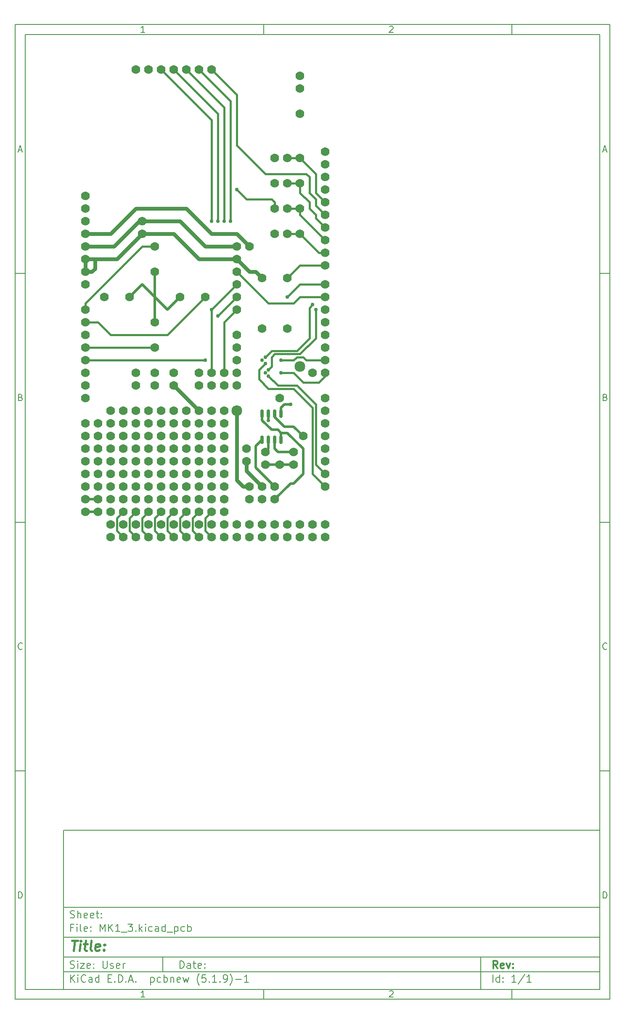
<source format=gbr>
%TF.GenerationSoftware,KiCad,Pcbnew,(5.1.9)-1*%
%TF.CreationDate,2021-07-03T12:47:21-04:00*%
%TF.ProjectId,MK1_3,4d4b315f-332e-46b6-9963-61645f706362,rev?*%
%TF.SameCoordinates,Original*%
%TF.FileFunction,Copper,L1,Top*%
%TF.FilePolarity,Positive*%
%FSLAX45Y45*%
G04 Gerber Fmt 4.5, Leading zero omitted, Abs format (unit mm)*
G04 Created by KiCad (PCBNEW (5.1.9)-1) date 2021-07-03 12:47:21*
%MOMM*%
%LPD*%
G01*
G04 APERTURE LIST*
%ADD10C,0.127000*%
%ADD11C,0.150000*%
%ADD12C,0.300000*%
%ADD13C,0.400000*%
%TA.AperFunction,ViaPad*%
%ADD14C,0.762000*%
%TD*%
%TA.AperFunction,ViaPad*%
%ADD15C,1.778000*%
%TD*%
%TA.AperFunction,ViaPad*%
%ADD16C,2.159000*%
%TD*%
%TA.AperFunction,Conductor*%
%ADD17C,0.381000*%
%TD*%
%TA.AperFunction,Conductor*%
%ADD18C,0.762000*%
%TD*%
%TA.AperFunction,Conductor*%
%ADD19C,0.508000*%
%TD*%
G04 APERTURE END LIST*
D10*
D11*
X1970000Y-17190000D02*
X1970000Y-20390000D01*
X12770000Y-20390000D01*
X12770000Y-17190000D01*
X1970000Y-17190000D01*
D10*
D11*
X1000000Y-1000000D02*
X1000000Y-20590000D01*
X12970000Y-20590000D01*
X12970000Y-1000000D01*
X1000000Y-1000000D01*
D10*
D11*
X1200000Y-1200000D02*
X1200000Y-20390000D01*
X12770000Y-20390000D01*
X12770000Y-1200000D01*
X1200000Y-1200000D01*
D10*
D11*
X6000000Y-1200000D02*
X6000000Y-1000000D01*
D10*
D11*
X11000000Y-1200000D02*
X11000000Y-1000000D01*
D10*
D11*
X3606548Y-1158810D02*
X3532262Y-1158810D01*
X3569405Y-1158810D02*
X3569405Y-1028809D01*
X3557024Y-1047381D01*
X3544643Y-1059762D01*
X3532262Y-1065952D01*
D10*
D11*
X8532262Y-1041190D02*
X8538452Y-1035000D01*
X8550833Y-1028809D01*
X8581786Y-1028809D01*
X8594167Y-1035000D01*
X8600357Y-1041190D01*
X8606548Y-1053571D01*
X8606548Y-1065952D01*
X8600357Y-1084524D01*
X8526071Y-1158810D01*
X8606548Y-1158810D01*
D10*
D11*
X6000000Y-20390000D02*
X6000000Y-20590000D01*
D10*
D11*
X11000000Y-20390000D02*
X11000000Y-20590000D01*
D10*
D11*
X3606548Y-20548810D02*
X3532262Y-20548810D01*
X3569405Y-20548810D02*
X3569405Y-20418810D01*
X3557024Y-20437381D01*
X3544643Y-20449762D01*
X3532262Y-20455952D01*
D10*
D11*
X8532262Y-20431190D02*
X8538452Y-20425000D01*
X8550833Y-20418810D01*
X8581786Y-20418810D01*
X8594167Y-20425000D01*
X8600357Y-20431190D01*
X8606548Y-20443571D01*
X8606548Y-20455952D01*
X8600357Y-20474524D01*
X8526071Y-20548810D01*
X8606548Y-20548810D01*
D10*
D11*
X1000000Y-6000000D02*
X1200000Y-6000000D01*
D10*
D11*
X1000000Y-11000000D02*
X1200000Y-11000000D01*
D10*
D11*
X1000000Y-16000000D02*
X1200000Y-16000000D01*
D10*
D11*
X1069048Y-3521667D02*
X1130952Y-3521667D01*
X1056667Y-3558809D02*
X1100000Y-3428809D01*
X1143333Y-3558809D01*
D10*
D11*
X1109286Y-8490714D02*
X1127857Y-8496905D01*
X1134048Y-8503095D01*
X1140238Y-8515476D01*
X1140238Y-8534048D01*
X1134048Y-8546429D01*
X1127857Y-8552619D01*
X1115476Y-8558810D01*
X1065952Y-8558810D01*
X1065952Y-8428810D01*
X1109286Y-8428810D01*
X1121667Y-8435000D01*
X1127857Y-8441190D01*
X1134048Y-8453571D01*
X1134048Y-8465952D01*
X1127857Y-8478333D01*
X1121667Y-8484524D01*
X1109286Y-8490714D01*
X1065952Y-8490714D01*
D10*
D11*
X1140238Y-13546428D02*
X1134048Y-13552619D01*
X1115476Y-13558809D01*
X1103095Y-13558809D01*
X1084524Y-13552619D01*
X1072143Y-13540238D01*
X1065952Y-13527857D01*
X1059762Y-13503095D01*
X1059762Y-13484524D01*
X1065952Y-13459762D01*
X1072143Y-13447381D01*
X1084524Y-13435000D01*
X1103095Y-13428809D01*
X1115476Y-13428809D01*
X1134048Y-13435000D01*
X1140238Y-13441190D01*
D10*
D11*
X1065952Y-18558810D02*
X1065952Y-18428810D01*
X1096905Y-18428810D01*
X1115476Y-18435000D01*
X1127857Y-18447381D01*
X1134048Y-18459762D01*
X1140238Y-18484524D01*
X1140238Y-18503095D01*
X1134048Y-18527857D01*
X1127857Y-18540238D01*
X1115476Y-18552619D01*
X1096905Y-18558810D01*
X1065952Y-18558810D01*
D10*
D11*
X12970000Y-6000000D02*
X12770000Y-6000000D01*
D10*
D11*
X12970000Y-11000000D02*
X12770000Y-11000000D01*
D10*
D11*
X12970000Y-16000000D02*
X12770000Y-16000000D01*
D10*
D11*
X12839048Y-3521667D02*
X12900952Y-3521667D01*
X12826667Y-3558809D02*
X12870000Y-3428809D01*
X12913333Y-3558809D01*
D10*
D11*
X12879286Y-8490714D02*
X12897857Y-8496905D01*
X12904048Y-8503095D01*
X12910238Y-8515476D01*
X12910238Y-8534048D01*
X12904048Y-8546429D01*
X12897857Y-8552619D01*
X12885476Y-8558810D01*
X12835952Y-8558810D01*
X12835952Y-8428810D01*
X12879286Y-8428810D01*
X12891667Y-8435000D01*
X12897857Y-8441190D01*
X12904048Y-8453571D01*
X12904048Y-8465952D01*
X12897857Y-8478333D01*
X12891667Y-8484524D01*
X12879286Y-8490714D01*
X12835952Y-8490714D01*
D10*
D11*
X12910238Y-13546428D02*
X12904048Y-13552619D01*
X12885476Y-13558809D01*
X12873095Y-13558809D01*
X12854524Y-13552619D01*
X12842143Y-13540238D01*
X12835952Y-13527857D01*
X12829762Y-13503095D01*
X12829762Y-13484524D01*
X12835952Y-13459762D01*
X12842143Y-13447381D01*
X12854524Y-13435000D01*
X12873095Y-13428809D01*
X12885476Y-13428809D01*
X12904048Y-13435000D01*
X12910238Y-13441190D01*
D10*
D11*
X12835952Y-18558810D02*
X12835952Y-18428810D01*
X12866905Y-18428810D01*
X12885476Y-18435000D01*
X12897857Y-18447381D01*
X12904048Y-18459762D01*
X12910238Y-18484524D01*
X12910238Y-18503095D01*
X12904048Y-18527857D01*
X12897857Y-18540238D01*
X12885476Y-18552619D01*
X12866905Y-18558810D01*
X12835952Y-18558810D01*
D10*
D11*
X4313214Y-19967857D02*
X4313214Y-19817857D01*
X4348929Y-19817857D01*
X4370357Y-19825000D01*
X4384643Y-19839286D01*
X4391786Y-19853571D01*
X4398929Y-19882143D01*
X4398929Y-19903571D01*
X4391786Y-19932143D01*
X4384643Y-19946429D01*
X4370357Y-19960714D01*
X4348929Y-19967857D01*
X4313214Y-19967857D01*
X4527500Y-19967857D02*
X4527500Y-19889286D01*
X4520357Y-19875000D01*
X4506071Y-19867857D01*
X4477500Y-19867857D01*
X4463214Y-19875000D01*
X4527500Y-19960714D02*
X4513214Y-19967857D01*
X4477500Y-19967857D01*
X4463214Y-19960714D01*
X4456071Y-19946429D01*
X4456071Y-19932143D01*
X4463214Y-19917857D01*
X4477500Y-19910714D01*
X4513214Y-19910714D01*
X4527500Y-19903571D01*
X4577500Y-19867857D02*
X4634643Y-19867857D01*
X4598929Y-19817857D02*
X4598929Y-19946429D01*
X4606071Y-19960714D01*
X4620357Y-19967857D01*
X4634643Y-19967857D01*
X4741786Y-19960714D02*
X4727500Y-19967857D01*
X4698929Y-19967857D01*
X4684643Y-19960714D01*
X4677500Y-19946429D01*
X4677500Y-19889286D01*
X4684643Y-19875000D01*
X4698929Y-19867857D01*
X4727500Y-19867857D01*
X4741786Y-19875000D01*
X4748929Y-19889286D01*
X4748929Y-19903571D01*
X4677500Y-19917857D01*
X4813214Y-19953571D02*
X4820357Y-19960714D01*
X4813214Y-19967857D01*
X4806071Y-19960714D01*
X4813214Y-19953571D01*
X4813214Y-19967857D01*
X4813214Y-19875000D02*
X4820357Y-19882143D01*
X4813214Y-19889286D01*
X4806071Y-19882143D01*
X4813214Y-19875000D01*
X4813214Y-19889286D01*
D10*
D11*
X1970000Y-20040000D02*
X12770000Y-20040000D01*
D10*
D11*
X2113214Y-20247857D02*
X2113214Y-20097857D01*
X2198929Y-20247857D02*
X2134643Y-20162143D01*
X2198929Y-20097857D02*
X2113214Y-20183571D01*
X2263214Y-20247857D02*
X2263214Y-20147857D01*
X2263214Y-20097857D02*
X2256071Y-20105000D01*
X2263214Y-20112143D01*
X2270357Y-20105000D01*
X2263214Y-20097857D01*
X2263214Y-20112143D01*
X2420357Y-20233571D02*
X2413214Y-20240714D01*
X2391786Y-20247857D01*
X2377500Y-20247857D01*
X2356071Y-20240714D01*
X2341786Y-20226429D01*
X2334643Y-20212143D01*
X2327500Y-20183571D01*
X2327500Y-20162143D01*
X2334643Y-20133571D01*
X2341786Y-20119286D01*
X2356071Y-20105000D01*
X2377500Y-20097857D01*
X2391786Y-20097857D01*
X2413214Y-20105000D01*
X2420357Y-20112143D01*
X2548929Y-20247857D02*
X2548929Y-20169286D01*
X2541786Y-20155000D01*
X2527500Y-20147857D01*
X2498929Y-20147857D01*
X2484643Y-20155000D01*
X2548929Y-20240714D02*
X2534643Y-20247857D01*
X2498929Y-20247857D01*
X2484643Y-20240714D01*
X2477500Y-20226429D01*
X2477500Y-20212143D01*
X2484643Y-20197857D01*
X2498929Y-20190714D01*
X2534643Y-20190714D01*
X2548929Y-20183571D01*
X2684643Y-20247857D02*
X2684643Y-20097857D01*
X2684643Y-20240714D02*
X2670357Y-20247857D01*
X2641786Y-20247857D01*
X2627500Y-20240714D01*
X2620357Y-20233571D01*
X2613214Y-20219286D01*
X2613214Y-20176429D01*
X2620357Y-20162143D01*
X2627500Y-20155000D01*
X2641786Y-20147857D01*
X2670357Y-20147857D01*
X2684643Y-20155000D01*
X2870357Y-20169286D02*
X2920357Y-20169286D01*
X2941786Y-20247857D02*
X2870357Y-20247857D01*
X2870357Y-20097857D01*
X2941786Y-20097857D01*
X3006071Y-20233571D02*
X3013214Y-20240714D01*
X3006071Y-20247857D01*
X2998928Y-20240714D01*
X3006071Y-20233571D01*
X3006071Y-20247857D01*
X3077500Y-20247857D02*
X3077500Y-20097857D01*
X3113214Y-20097857D01*
X3134643Y-20105000D01*
X3148928Y-20119286D01*
X3156071Y-20133571D01*
X3163214Y-20162143D01*
X3163214Y-20183571D01*
X3156071Y-20212143D01*
X3148928Y-20226429D01*
X3134643Y-20240714D01*
X3113214Y-20247857D01*
X3077500Y-20247857D01*
X3227500Y-20233571D02*
X3234643Y-20240714D01*
X3227500Y-20247857D01*
X3220357Y-20240714D01*
X3227500Y-20233571D01*
X3227500Y-20247857D01*
X3291786Y-20205000D02*
X3363214Y-20205000D01*
X3277500Y-20247857D02*
X3327500Y-20097857D01*
X3377500Y-20247857D01*
X3427500Y-20233571D02*
X3434643Y-20240714D01*
X3427500Y-20247857D01*
X3420357Y-20240714D01*
X3427500Y-20233571D01*
X3427500Y-20247857D01*
X3727500Y-20147857D02*
X3727500Y-20297857D01*
X3727500Y-20155000D02*
X3741786Y-20147857D01*
X3770357Y-20147857D01*
X3784643Y-20155000D01*
X3791786Y-20162143D01*
X3798928Y-20176429D01*
X3798928Y-20219286D01*
X3791786Y-20233571D01*
X3784643Y-20240714D01*
X3770357Y-20247857D01*
X3741786Y-20247857D01*
X3727500Y-20240714D01*
X3927500Y-20240714D02*
X3913214Y-20247857D01*
X3884643Y-20247857D01*
X3870357Y-20240714D01*
X3863214Y-20233571D01*
X3856071Y-20219286D01*
X3856071Y-20176429D01*
X3863214Y-20162143D01*
X3870357Y-20155000D01*
X3884643Y-20147857D01*
X3913214Y-20147857D01*
X3927500Y-20155000D01*
X3991786Y-20247857D02*
X3991786Y-20097857D01*
X3991786Y-20155000D02*
X4006071Y-20147857D01*
X4034643Y-20147857D01*
X4048928Y-20155000D01*
X4056071Y-20162143D01*
X4063214Y-20176429D01*
X4063214Y-20219286D01*
X4056071Y-20233571D01*
X4048928Y-20240714D01*
X4034643Y-20247857D01*
X4006071Y-20247857D01*
X3991786Y-20240714D01*
X4127500Y-20147857D02*
X4127500Y-20247857D01*
X4127500Y-20162143D02*
X4134643Y-20155000D01*
X4148928Y-20147857D01*
X4170357Y-20147857D01*
X4184643Y-20155000D01*
X4191786Y-20169286D01*
X4191786Y-20247857D01*
X4320357Y-20240714D02*
X4306071Y-20247857D01*
X4277500Y-20247857D01*
X4263214Y-20240714D01*
X4256071Y-20226429D01*
X4256071Y-20169286D01*
X4263214Y-20155000D01*
X4277500Y-20147857D01*
X4306071Y-20147857D01*
X4320357Y-20155000D01*
X4327500Y-20169286D01*
X4327500Y-20183571D01*
X4256071Y-20197857D01*
X4377500Y-20147857D02*
X4406071Y-20247857D01*
X4434643Y-20176429D01*
X4463214Y-20247857D01*
X4491786Y-20147857D01*
X4706071Y-20305000D02*
X4698929Y-20297857D01*
X4684643Y-20276429D01*
X4677500Y-20262143D01*
X4670357Y-20240714D01*
X4663214Y-20205000D01*
X4663214Y-20176429D01*
X4670357Y-20140714D01*
X4677500Y-20119286D01*
X4684643Y-20105000D01*
X4698929Y-20083571D01*
X4706071Y-20076429D01*
X4834643Y-20097857D02*
X4763214Y-20097857D01*
X4756071Y-20169286D01*
X4763214Y-20162143D01*
X4777500Y-20155000D01*
X4813214Y-20155000D01*
X4827500Y-20162143D01*
X4834643Y-20169286D01*
X4841786Y-20183571D01*
X4841786Y-20219286D01*
X4834643Y-20233571D01*
X4827500Y-20240714D01*
X4813214Y-20247857D01*
X4777500Y-20247857D01*
X4763214Y-20240714D01*
X4756071Y-20233571D01*
X4906071Y-20233571D02*
X4913214Y-20240714D01*
X4906071Y-20247857D01*
X4898929Y-20240714D01*
X4906071Y-20233571D01*
X4906071Y-20247857D01*
X5056071Y-20247857D02*
X4970357Y-20247857D01*
X5013214Y-20247857D02*
X5013214Y-20097857D01*
X4998929Y-20119286D01*
X4984643Y-20133571D01*
X4970357Y-20140714D01*
X5120357Y-20233571D02*
X5127500Y-20240714D01*
X5120357Y-20247857D01*
X5113214Y-20240714D01*
X5120357Y-20233571D01*
X5120357Y-20247857D01*
X5198929Y-20247857D02*
X5227500Y-20247857D01*
X5241786Y-20240714D01*
X5248929Y-20233571D01*
X5263214Y-20212143D01*
X5270357Y-20183571D01*
X5270357Y-20126429D01*
X5263214Y-20112143D01*
X5256071Y-20105000D01*
X5241786Y-20097857D01*
X5213214Y-20097857D01*
X5198929Y-20105000D01*
X5191786Y-20112143D01*
X5184643Y-20126429D01*
X5184643Y-20162143D01*
X5191786Y-20176429D01*
X5198929Y-20183571D01*
X5213214Y-20190714D01*
X5241786Y-20190714D01*
X5256071Y-20183571D01*
X5263214Y-20176429D01*
X5270357Y-20162143D01*
X5320357Y-20305000D02*
X5327500Y-20297857D01*
X5341786Y-20276429D01*
X5348929Y-20262143D01*
X5356071Y-20240714D01*
X5363214Y-20205000D01*
X5363214Y-20176429D01*
X5356071Y-20140714D01*
X5348929Y-20119286D01*
X5341786Y-20105000D01*
X5327500Y-20083571D01*
X5320357Y-20076429D01*
X5434643Y-20190714D02*
X5548929Y-20190714D01*
X5698928Y-20247857D02*
X5613214Y-20247857D01*
X5656071Y-20247857D02*
X5656071Y-20097857D01*
X5641786Y-20119286D01*
X5627500Y-20133571D01*
X5613214Y-20140714D01*
D10*
D11*
X1970000Y-19740000D02*
X12770000Y-19740000D01*
D10*
D12*
X10710929Y-19967857D02*
X10660929Y-19896429D01*
X10625214Y-19967857D02*
X10625214Y-19817857D01*
X10682357Y-19817857D01*
X10696643Y-19825000D01*
X10703786Y-19832143D01*
X10710929Y-19846429D01*
X10710929Y-19867857D01*
X10703786Y-19882143D01*
X10696643Y-19889286D01*
X10682357Y-19896429D01*
X10625214Y-19896429D01*
X10832357Y-19960714D02*
X10818071Y-19967857D01*
X10789500Y-19967857D01*
X10775214Y-19960714D01*
X10768071Y-19946429D01*
X10768071Y-19889286D01*
X10775214Y-19875000D01*
X10789500Y-19867857D01*
X10818071Y-19867857D01*
X10832357Y-19875000D01*
X10839500Y-19889286D01*
X10839500Y-19903571D01*
X10768071Y-19917857D01*
X10889500Y-19867857D02*
X10925214Y-19967857D01*
X10960929Y-19867857D01*
X11018071Y-19953571D02*
X11025214Y-19960714D01*
X11018071Y-19967857D01*
X11010929Y-19960714D01*
X11018071Y-19953571D01*
X11018071Y-19967857D01*
X11018071Y-19875000D02*
X11025214Y-19882143D01*
X11018071Y-19889286D01*
X11010929Y-19882143D01*
X11018071Y-19875000D01*
X11018071Y-19889286D01*
D10*
D11*
X2106071Y-19960714D02*
X2127500Y-19967857D01*
X2163214Y-19967857D01*
X2177500Y-19960714D01*
X2184643Y-19953571D01*
X2191786Y-19939286D01*
X2191786Y-19925000D01*
X2184643Y-19910714D01*
X2177500Y-19903571D01*
X2163214Y-19896429D01*
X2134643Y-19889286D01*
X2120357Y-19882143D01*
X2113214Y-19875000D01*
X2106071Y-19860714D01*
X2106071Y-19846429D01*
X2113214Y-19832143D01*
X2120357Y-19825000D01*
X2134643Y-19817857D01*
X2170357Y-19817857D01*
X2191786Y-19825000D01*
X2256071Y-19967857D02*
X2256071Y-19867857D01*
X2256071Y-19817857D02*
X2248929Y-19825000D01*
X2256071Y-19832143D01*
X2263214Y-19825000D01*
X2256071Y-19817857D01*
X2256071Y-19832143D01*
X2313214Y-19867857D02*
X2391786Y-19867857D01*
X2313214Y-19967857D01*
X2391786Y-19967857D01*
X2506071Y-19960714D02*
X2491786Y-19967857D01*
X2463214Y-19967857D01*
X2448929Y-19960714D01*
X2441786Y-19946429D01*
X2441786Y-19889286D01*
X2448929Y-19875000D01*
X2463214Y-19867857D01*
X2491786Y-19867857D01*
X2506071Y-19875000D01*
X2513214Y-19889286D01*
X2513214Y-19903571D01*
X2441786Y-19917857D01*
X2577500Y-19953571D02*
X2584643Y-19960714D01*
X2577500Y-19967857D01*
X2570357Y-19960714D01*
X2577500Y-19953571D01*
X2577500Y-19967857D01*
X2577500Y-19875000D02*
X2584643Y-19882143D01*
X2577500Y-19889286D01*
X2570357Y-19882143D01*
X2577500Y-19875000D01*
X2577500Y-19889286D01*
X2763214Y-19817857D02*
X2763214Y-19939286D01*
X2770357Y-19953571D01*
X2777500Y-19960714D01*
X2791786Y-19967857D01*
X2820357Y-19967857D01*
X2834643Y-19960714D01*
X2841786Y-19953571D01*
X2848928Y-19939286D01*
X2848928Y-19817857D01*
X2913214Y-19960714D02*
X2927500Y-19967857D01*
X2956071Y-19967857D01*
X2970357Y-19960714D01*
X2977500Y-19946429D01*
X2977500Y-19939286D01*
X2970357Y-19925000D01*
X2956071Y-19917857D01*
X2934643Y-19917857D01*
X2920357Y-19910714D01*
X2913214Y-19896429D01*
X2913214Y-19889286D01*
X2920357Y-19875000D01*
X2934643Y-19867857D01*
X2956071Y-19867857D01*
X2970357Y-19875000D01*
X3098928Y-19960714D02*
X3084643Y-19967857D01*
X3056071Y-19967857D01*
X3041786Y-19960714D01*
X3034643Y-19946429D01*
X3034643Y-19889286D01*
X3041786Y-19875000D01*
X3056071Y-19867857D01*
X3084643Y-19867857D01*
X3098928Y-19875000D01*
X3106071Y-19889286D01*
X3106071Y-19903571D01*
X3034643Y-19917857D01*
X3170357Y-19967857D02*
X3170357Y-19867857D01*
X3170357Y-19896429D02*
X3177500Y-19882143D01*
X3184643Y-19875000D01*
X3198928Y-19867857D01*
X3213214Y-19867857D01*
D10*
D11*
X10613214Y-20247857D02*
X10613214Y-20097857D01*
X10748929Y-20247857D02*
X10748929Y-20097857D01*
X10748929Y-20240714D02*
X10734643Y-20247857D01*
X10706071Y-20247857D01*
X10691786Y-20240714D01*
X10684643Y-20233571D01*
X10677500Y-20219286D01*
X10677500Y-20176429D01*
X10684643Y-20162143D01*
X10691786Y-20155000D01*
X10706071Y-20147857D01*
X10734643Y-20147857D01*
X10748929Y-20155000D01*
X10820357Y-20233571D02*
X10827500Y-20240714D01*
X10820357Y-20247857D01*
X10813214Y-20240714D01*
X10820357Y-20233571D01*
X10820357Y-20247857D01*
X10820357Y-20155000D02*
X10827500Y-20162143D01*
X10820357Y-20169286D01*
X10813214Y-20162143D01*
X10820357Y-20155000D01*
X10820357Y-20169286D01*
X11084643Y-20247857D02*
X10998929Y-20247857D01*
X11041786Y-20247857D02*
X11041786Y-20097857D01*
X11027500Y-20119286D01*
X11013214Y-20133571D01*
X10998929Y-20140714D01*
X11256071Y-20090714D02*
X11127500Y-20283571D01*
X11384643Y-20247857D02*
X11298928Y-20247857D01*
X11341786Y-20247857D02*
X11341786Y-20097857D01*
X11327500Y-20119286D01*
X11313214Y-20133571D01*
X11298928Y-20140714D01*
D10*
D11*
X1970000Y-19340000D02*
X12770000Y-19340000D01*
D10*
D13*
X2141238Y-19410476D02*
X2255524Y-19410476D01*
X2173381Y-19610476D02*
X2198381Y-19410476D01*
X2297190Y-19610476D02*
X2313857Y-19477143D01*
X2322190Y-19410476D02*
X2311476Y-19420000D01*
X2319810Y-19429524D01*
X2330524Y-19420000D01*
X2322190Y-19410476D01*
X2319810Y-19429524D01*
X2380524Y-19477143D02*
X2456714Y-19477143D01*
X2417429Y-19410476D02*
X2396000Y-19581905D01*
X2403143Y-19600952D01*
X2421000Y-19610476D01*
X2440048Y-19610476D01*
X2535286Y-19610476D02*
X2517429Y-19600952D01*
X2510286Y-19581905D01*
X2531714Y-19410476D01*
X2688857Y-19600952D02*
X2668619Y-19610476D01*
X2630524Y-19610476D01*
X2612667Y-19600952D01*
X2605524Y-19581905D01*
X2615048Y-19505714D01*
X2626952Y-19486667D01*
X2647190Y-19477143D01*
X2685286Y-19477143D01*
X2703143Y-19486667D01*
X2710286Y-19505714D01*
X2707905Y-19524762D01*
X2610286Y-19543810D01*
X2785286Y-19591429D02*
X2793619Y-19600952D01*
X2782905Y-19610476D01*
X2774571Y-19600952D01*
X2785286Y-19591429D01*
X2782905Y-19610476D01*
X2798381Y-19486667D02*
X2806714Y-19496190D01*
X2796000Y-19505714D01*
X2787667Y-19496190D01*
X2798381Y-19486667D01*
X2796000Y-19505714D01*
D10*
D11*
X2163214Y-19149286D02*
X2113214Y-19149286D01*
X2113214Y-19227857D02*
X2113214Y-19077857D01*
X2184643Y-19077857D01*
X2241786Y-19227857D02*
X2241786Y-19127857D01*
X2241786Y-19077857D02*
X2234643Y-19085000D01*
X2241786Y-19092143D01*
X2248929Y-19085000D01*
X2241786Y-19077857D01*
X2241786Y-19092143D01*
X2334643Y-19227857D02*
X2320357Y-19220714D01*
X2313214Y-19206429D01*
X2313214Y-19077857D01*
X2448929Y-19220714D02*
X2434643Y-19227857D01*
X2406071Y-19227857D01*
X2391786Y-19220714D01*
X2384643Y-19206429D01*
X2384643Y-19149286D01*
X2391786Y-19135000D01*
X2406071Y-19127857D01*
X2434643Y-19127857D01*
X2448929Y-19135000D01*
X2456071Y-19149286D01*
X2456071Y-19163571D01*
X2384643Y-19177857D01*
X2520357Y-19213571D02*
X2527500Y-19220714D01*
X2520357Y-19227857D01*
X2513214Y-19220714D01*
X2520357Y-19213571D01*
X2520357Y-19227857D01*
X2520357Y-19135000D02*
X2527500Y-19142143D01*
X2520357Y-19149286D01*
X2513214Y-19142143D01*
X2520357Y-19135000D01*
X2520357Y-19149286D01*
X2706071Y-19227857D02*
X2706071Y-19077857D01*
X2756071Y-19185000D01*
X2806071Y-19077857D01*
X2806071Y-19227857D01*
X2877500Y-19227857D02*
X2877500Y-19077857D01*
X2963214Y-19227857D02*
X2898928Y-19142143D01*
X2963214Y-19077857D02*
X2877500Y-19163571D01*
X3106071Y-19227857D02*
X3020357Y-19227857D01*
X3063214Y-19227857D02*
X3063214Y-19077857D01*
X3048928Y-19099286D01*
X3034643Y-19113571D01*
X3020357Y-19120714D01*
X3134643Y-19242143D02*
X3248928Y-19242143D01*
X3270357Y-19077857D02*
X3363214Y-19077857D01*
X3313214Y-19135000D01*
X3334643Y-19135000D01*
X3348928Y-19142143D01*
X3356071Y-19149286D01*
X3363214Y-19163571D01*
X3363214Y-19199286D01*
X3356071Y-19213571D01*
X3348928Y-19220714D01*
X3334643Y-19227857D01*
X3291786Y-19227857D01*
X3277500Y-19220714D01*
X3270357Y-19213571D01*
X3427500Y-19213571D02*
X3434643Y-19220714D01*
X3427500Y-19227857D01*
X3420357Y-19220714D01*
X3427500Y-19213571D01*
X3427500Y-19227857D01*
X3498928Y-19227857D02*
X3498928Y-19077857D01*
X3513214Y-19170714D02*
X3556071Y-19227857D01*
X3556071Y-19127857D02*
X3498928Y-19185000D01*
X3620357Y-19227857D02*
X3620357Y-19127857D01*
X3620357Y-19077857D02*
X3613214Y-19085000D01*
X3620357Y-19092143D01*
X3627500Y-19085000D01*
X3620357Y-19077857D01*
X3620357Y-19092143D01*
X3756071Y-19220714D02*
X3741786Y-19227857D01*
X3713214Y-19227857D01*
X3698928Y-19220714D01*
X3691786Y-19213571D01*
X3684643Y-19199286D01*
X3684643Y-19156429D01*
X3691786Y-19142143D01*
X3698928Y-19135000D01*
X3713214Y-19127857D01*
X3741786Y-19127857D01*
X3756071Y-19135000D01*
X3884643Y-19227857D02*
X3884643Y-19149286D01*
X3877500Y-19135000D01*
X3863214Y-19127857D01*
X3834643Y-19127857D01*
X3820357Y-19135000D01*
X3884643Y-19220714D02*
X3870357Y-19227857D01*
X3834643Y-19227857D01*
X3820357Y-19220714D01*
X3813214Y-19206429D01*
X3813214Y-19192143D01*
X3820357Y-19177857D01*
X3834643Y-19170714D01*
X3870357Y-19170714D01*
X3884643Y-19163571D01*
X4020357Y-19227857D02*
X4020357Y-19077857D01*
X4020357Y-19220714D02*
X4006071Y-19227857D01*
X3977500Y-19227857D01*
X3963214Y-19220714D01*
X3956071Y-19213571D01*
X3948928Y-19199286D01*
X3948928Y-19156429D01*
X3956071Y-19142143D01*
X3963214Y-19135000D01*
X3977500Y-19127857D01*
X4006071Y-19127857D01*
X4020357Y-19135000D01*
X4056071Y-19242143D02*
X4170357Y-19242143D01*
X4206071Y-19127857D02*
X4206071Y-19277857D01*
X4206071Y-19135000D02*
X4220357Y-19127857D01*
X4248929Y-19127857D01*
X4263214Y-19135000D01*
X4270357Y-19142143D01*
X4277500Y-19156429D01*
X4277500Y-19199286D01*
X4270357Y-19213571D01*
X4263214Y-19220714D01*
X4248929Y-19227857D01*
X4220357Y-19227857D01*
X4206071Y-19220714D01*
X4406071Y-19220714D02*
X4391786Y-19227857D01*
X4363214Y-19227857D01*
X4348929Y-19220714D01*
X4341786Y-19213571D01*
X4334643Y-19199286D01*
X4334643Y-19156429D01*
X4341786Y-19142143D01*
X4348929Y-19135000D01*
X4363214Y-19127857D01*
X4391786Y-19127857D01*
X4406071Y-19135000D01*
X4470357Y-19227857D02*
X4470357Y-19077857D01*
X4470357Y-19135000D02*
X4484643Y-19127857D01*
X4513214Y-19127857D01*
X4527500Y-19135000D01*
X4534643Y-19142143D01*
X4541786Y-19156429D01*
X4541786Y-19199286D01*
X4534643Y-19213571D01*
X4527500Y-19220714D01*
X4513214Y-19227857D01*
X4484643Y-19227857D01*
X4470357Y-19220714D01*
D10*
D11*
X1970000Y-18740000D02*
X12770000Y-18740000D01*
D10*
D11*
X2106071Y-18950714D02*
X2127500Y-18957857D01*
X2163214Y-18957857D01*
X2177500Y-18950714D01*
X2184643Y-18943571D01*
X2191786Y-18929286D01*
X2191786Y-18915000D01*
X2184643Y-18900714D01*
X2177500Y-18893571D01*
X2163214Y-18886429D01*
X2134643Y-18879286D01*
X2120357Y-18872143D01*
X2113214Y-18865000D01*
X2106071Y-18850714D01*
X2106071Y-18836429D01*
X2113214Y-18822143D01*
X2120357Y-18815000D01*
X2134643Y-18807857D01*
X2170357Y-18807857D01*
X2191786Y-18815000D01*
X2256071Y-18957857D02*
X2256071Y-18807857D01*
X2320357Y-18957857D02*
X2320357Y-18879286D01*
X2313214Y-18865000D01*
X2298929Y-18857857D01*
X2277500Y-18857857D01*
X2263214Y-18865000D01*
X2256071Y-18872143D01*
X2448929Y-18950714D02*
X2434643Y-18957857D01*
X2406071Y-18957857D01*
X2391786Y-18950714D01*
X2384643Y-18936429D01*
X2384643Y-18879286D01*
X2391786Y-18865000D01*
X2406071Y-18857857D01*
X2434643Y-18857857D01*
X2448929Y-18865000D01*
X2456071Y-18879286D01*
X2456071Y-18893571D01*
X2384643Y-18907857D01*
X2577500Y-18950714D02*
X2563214Y-18957857D01*
X2534643Y-18957857D01*
X2520357Y-18950714D01*
X2513214Y-18936429D01*
X2513214Y-18879286D01*
X2520357Y-18865000D01*
X2534643Y-18857857D01*
X2563214Y-18857857D01*
X2577500Y-18865000D01*
X2584643Y-18879286D01*
X2584643Y-18893571D01*
X2513214Y-18907857D01*
X2627500Y-18857857D02*
X2684643Y-18857857D01*
X2648929Y-18807857D02*
X2648929Y-18936429D01*
X2656071Y-18950714D01*
X2670357Y-18957857D01*
X2684643Y-18957857D01*
X2734643Y-18943571D02*
X2741786Y-18950714D01*
X2734643Y-18957857D01*
X2727500Y-18950714D01*
X2734643Y-18943571D01*
X2734643Y-18957857D01*
X2734643Y-18865000D02*
X2741786Y-18872143D01*
X2734643Y-18879286D01*
X2727500Y-18872143D01*
X2734643Y-18865000D01*
X2734643Y-18879286D01*
D10*
D11*
X3970000Y-19740000D02*
X3970000Y-20040000D01*
D10*
D11*
X10370000Y-19740000D02*
X10370000Y-20390000D01*
%TO.P,REF\u002A\u002A,8*%
%TO.N,N/C*%
%TA.AperFunction,SMDPad,CuDef*%
G36*
G01*
X6334125Y-9260450D02*
X6365875Y-9260450D01*
G75*
G02*
X6381750Y-9276325I0J-15875D01*
G01*
X6381750Y-9409675D01*
G75*
G02*
X6365875Y-9425550I-15875J0D01*
G01*
X6334125Y-9425550D01*
G75*
G02*
X6318250Y-9409675I0J15875D01*
G01*
X6318250Y-9276325D01*
G75*
G02*
X6334125Y-9260450I15875J0D01*
G01*
G37*
%TD.AperFunction*%
%TO.P,REF\u002A\u002A,7*%
%TA.AperFunction,SMDPad,CuDef*%
G36*
G01*
X6207125Y-9260450D02*
X6238875Y-9260450D01*
G75*
G02*
X6254750Y-9276325I0J-15875D01*
G01*
X6254750Y-9409675D01*
G75*
G02*
X6238875Y-9425550I-15875J0D01*
G01*
X6207125Y-9425550D01*
G75*
G02*
X6191250Y-9409675I0J15875D01*
G01*
X6191250Y-9276325D01*
G75*
G02*
X6207125Y-9260450I15875J0D01*
G01*
G37*
%TD.AperFunction*%
%TO.P,REF\u002A\u002A,6*%
%TA.AperFunction,SMDPad,CuDef*%
G36*
G01*
X6080125Y-9260450D02*
X6111875Y-9260450D01*
G75*
G02*
X6127750Y-9276325I0J-15875D01*
G01*
X6127750Y-9409675D01*
G75*
G02*
X6111875Y-9425550I-15875J0D01*
G01*
X6080125Y-9425550D01*
G75*
G02*
X6064250Y-9409675I0J15875D01*
G01*
X6064250Y-9276325D01*
G75*
G02*
X6080125Y-9260450I15875J0D01*
G01*
G37*
%TD.AperFunction*%
%TO.P,REF\u002A\u002A,5*%
%TA.AperFunction,SMDPad,CuDef*%
G36*
G01*
X5953125Y-9260450D02*
X5984875Y-9260450D01*
G75*
G02*
X6000750Y-9276325I0J-15875D01*
G01*
X6000750Y-9409675D01*
G75*
G02*
X5984875Y-9425550I-15875J0D01*
G01*
X5953125Y-9425550D01*
G75*
G02*
X5937250Y-9409675I0J15875D01*
G01*
X5937250Y-9276325D01*
G75*
G02*
X5953125Y-9260450I15875J0D01*
G01*
G37*
%TD.AperFunction*%
%TO.P,REF\u002A\u002A,4*%
%TA.AperFunction,SMDPad,CuDef*%
G36*
G01*
X5953125Y-8735450D02*
X5984875Y-8735450D01*
G75*
G02*
X6000750Y-8751325I0J-15875D01*
G01*
X6000750Y-8884675D01*
G75*
G02*
X5984875Y-8900550I-15875J0D01*
G01*
X5953125Y-8900550D01*
G75*
G02*
X5937250Y-8884675I0J15875D01*
G01*
X5937250Y-8751325D01*
G75*
G02*
X5953125Y-8735450I15875J0D01*
G01*
G37*
%TD.AperFunction*%
%TO.P,REF\u002A\u002A,3*%
%TA.AperFunction,SMDPad,CuDef*%
G36*
G01*
X6080125Y-8735450D02*
X6111875Y-8735450D01*
G75*
G02*
X6127750Y-8751325I0J-15875D01*
G01*
X6127750Y-8884675D01*
G75*
G02*
X6111875Y-8900550I-15875J0D01*
G01*
X6080125Y-8900550D01*
G75*
G02*
X6064250Y-8884675I0J15875D01*
G01*
X6064250Y-8751325D01*
G75*
G02*
X6080125Y-8735450I15875J0D01*
G01*
G37*
%TD.AperFunction*%
%TO.P,REF\u002A\u002A,2*%
%TA.AperFunction,SMDPad,CuDef*%
G36*
G01*
X6207125Y-8735450D02*
X6238875Y-8735450D01*
G75*
G02*
X6254750Y-8751325I0J-15875D01*
G01*
X6254750Y-8884675D01*
G75*
G02*
X6238875Y-8900550I-15875J0D01*
G01*
X6207125Y-8900550D01*
G75*
G02*
X6191250Y-8884675I0J15875D01*
G01*
X6191250Y-8751325D01*
G75*
G02*
X6207125Y-8735450I15875J0D01*
G01*
G37*
%TD.AperFunction*%
%TO.P,REF\u002A\u002A,1*%
%TA.AperFunction,SMDPad,CuDef*%
G36*
G01*
X6334125Y-8735450D02*
X6365875Y-8735450D01*
G75*
G02*
X6381750Y-8751325I0J-15875D01*
G01*
X6381750Y-8884675D01*
G75*
G02*
X6365875Y-8900550I-15875J0D01*
G01*
X6334125Y-8900550D01*
G75*
G02*
X6318250Y-8884675I0J15875D01*
G01*
X6318250Y-8751325D01*
G75*
G02*
X6334125Y-8735450I15875J0D01*
G01*
G37*
%TD.AperFunction*%
%TD*%
D14*
%TO.N,*%
X4953000Y-6731000D03*
X5080000Y-6858000D03*
X6477000Y-6477000D03*
X4953000Y-4953000D03*
X5080000Y-4953000D03*
X5207000Y-4953000D03*
D15*
X4953000Y-10541000D03*
X4699000Y-10541000D03*
X4445000Y-10541000D03*
X4191000Y-10541000D03*
X3937000Y-10541000D03*
X3683000Y-10541000D03*
X3429000Y-10541000D03*
X3175000Y-10541000D03*
X2921000Y-10541000D03*
X2921000Y-10795000D03*
X2921000Y-11049000D03*
X2921000Y-11303000D03*
X3175000Y-11303000D03*
X3175000Y-11049000D03*
X3175000Y-10795000D03*
X3429000Y-10795000D03*
X3429000Y-11049000D03*
X3429000Y-11303000D03*
X3683000Y-11303000D03*
X3683000Y-11049000D03*
X3683000Y-10795000D03*
X3937000Y-10795000D03*
X3937000Y-11049000D03*
X3937000Y-11303000D03*
X4953000Y-10795000D03*
X4699000Y-10795000D03*
X4445000Y-10795000D03*
X4191000Y-10795000D03*
X4191000Y-11049000D03*
X4191000Y-11303000D03*
X4445000Y-11303000D03*
X4445000Y-11049000D03*
X4953000Y-8255000D03*
X4953000Y-8001000D03*
X5207000Y-8001000D03*
X5207000Y-8255000D03*
X4699000Y-8001000D03*
X4699000Y-8255000D03*
X5461000Y-8255000D03*
X5461000Y-8001000D03*
X5461000Y-7747000D03*
X5461000Y-7493000D03*
X4191000Y-8255000D03*
X4191000Y-8001000D03*
X3810000Y-8001000D03*
X3810000Y-8255000D03*
X3429000Y-8001000D03*
X2413000Y-7493000D03*
X2413000Y-7239000D03*
X2413000Y-6985000D03*
X2413000Y-6731000D03*
X2413000Y-9017000D03*
X2413000Y-8509000D03*
X2413000Y-8255000D03*
X2413000Y-8001000D03*
X2413000Y-9271000D03*
X2667000Y-9271000D03*
X2667000Y-9017000D03*
X7239000Y-8001000D03*
X7239000Y-7747000D03*
X7239000Y-7493000D03*
X7239000Y-7239000D03*
X7239000Y-6731000D03*
X7239000Y-6477000D03*
X7239000Y-6223000D03*
X7239000Y-5842000D03*
X7239000Y-5588000D03*
X7239000Y-5334000D03*
X7239000Y-4826000D03*
X7239000Y-4572000D03*
X7239000Y-4318000D03*
X7239000Y-4064000D03*
X7239000Y-3810000D03*
X7239000Y-3556000D03*
X6731000Y-3683000D03*
X6477000Y-3683000D03*
X6223000Y-3683000D03*
X6223000Y-4191000D03*
X6731000Y-4191000D03*
X6731000Y-4699000D03*
X6223000Y-4699000D03*
X6223000Y-5207000D03*
X6477000Y-5207000D03*
X6731000Y-5207000D03*
X6477000Y-6096000D03*
X5969000Y-6096000D03*
X6477000Y-7112000D03*
X5969000Y-7112000D03*
X5461000Y-6731000D03*
X5461000Y-6477000D03*
X5461000Y-6223000D03*
X5461000Y-5969000D03*
X5461000Y-5715000D03*
X5461000Y-5461000D03*
X4826000Y-6477000D03*
X4318000Y-6477000D03*
X3810000Y-6985000D03*
X3810000Y-7493000D03*
X3810000Y-5461000D03*
X3810000Y-5969000D03*
X3302000Y-6477000D03*
X2794000Y-6477000D03*
X5207000Y-8763000D03*
X4953000Y-8763000D03*
X4699000Y-8763000D03*
X4445000Y-8763000D03*
X4191000Y-8763000D03*
X3937000Y-8763000D03*
X3683000Y-8763000D03*
X3429000Y-8763000D03*
X3175000Y-8763000D03*
X3175000Y-9017000D03*
X3175000Y-9271000D03*
X3175000Y-9525000D03*
X3175000Y-9779000D03*
X3175000Y-10033000D03*
X3175000Y-10287000D03*
X2921000Y-10287000D03*
X2667000Y-10287000D03*
X2667000Y-10033000D03*
X2413000Y-10033000D03*
X2413000Y-9779000D03*
X2667000Y-9779000D03*
X2667000Y-9525000D03*
X2413000Y-9525000D03*
X2667000Y-10541000D03*
X2413000Y-10541000D03*
X2413000Y-10795000D03*
X2413000Y-10287000D03*
X2667000Y-10795000D03*
X2921000Y-10033000D03*
X2921000Y-9779000D03*
X2921000Y-9525000D03*
X2921000Y-9271000D03*
X2921000Y-9017000D03*
X2921000Y-8763000D03*
X3429000Y-9017000D03*
X3683000Y-9017000D03*
X3937000Y-9017000D03*
X3937000Y-9271000D03*
X3683000Y-9271000D03*
X3429000Y-9271000D03*
X3429000Y-9525000D03*
X3429000Y-9779000D03*
X3429000Y-10033000D03*
X3429000Y-10287000D03*
X3683000Y-10287000D03*
X3683000Y-10033000D03*
X3683000Y-9779000D03*
X3683000Y-9525000D03*
X3937000Y-9525000D03*
X3937000Y-9779000D03*
X3937000Y-10033000D03*
X3937000Y-10287000D03*
X4191000Y-10287000D03*
X4445000Y-10287000D03*
X4699000Y-10287000D03*
X4953000Y-10287000D03*
X4953000Y-10033000D03*
X4699000Y-10033000D03*
X4445000Y-10033000D03*
X4191000Y-10033000D03*
X4191000Y-9779000D03*
X4445000Y-9779000D03*
X4699000Y-9779000D03*
X4953000Y-9779000D03*
X5207000Y-10795000D03*
X4953000Y-9525000D03*
X4699000Y-9525000D03*
X4445000Y-9525000D03*
X4191000Y-9525000D03*
X4191000Y-9271000D03*
X4191000Y-9017000D03*
X4445000Y-9017000D03*
X4445000Y-9271000D03*
X4699000Y-9271000D03*
X4699000Y-9017000D03*
X4953000Y-9017000D03*
X4953000Y-9271000D03*
X5207000Y-9271000D03*
X5207000Y-9017000D03*
X2413000Y-6223000D03*
X2413000Y-5969000D03*
X2413000Y-5715000D03*
X2413000Y-5461000D03*
X2413000Y-5207000D03*
X2413000Y-4953000D03*
X2413000Y-4699000D03*
X2413000Y-4445000D03*
X4953000Y-1905000D03*
X4445000Y-1905000D03*
X4191000Y-1905000D03*
X3937000Y-1905000D03*
X3683000Y-1905000D03*
X3429000Y-1905000D03*
X6731000Y-2794000D03*
X6731000Y-2032000D03*
X5651500Y-9779000D03*
X5715000Y-11049000D03*
X5715000Y-11303000D03*
X5969000Y-11303000D03*
X5969000Y-11049000D03*
X6223000Y-11049000D03*
X6223000Y-11303000D03*
X5651500Y-9525000D03*
X5207000Y-10541000D03*
X4699000Y-11049000D03*
X4699000Y-11303000D03*
X4953000Y-11049000D03*
X4953000Y-11303000D03*
X5207000Y-11303000D03*
X5207000Y-11049000D03*
X6731000Y-2286000D03*
X2413000Y-7747000D03*
X5461000Y-7239000D03*
D14*
X4826000Y-7747000D03*
D15*
X3429000Y-8255000D03*
D14*
X5461000Y-4318000D03*
X5969000Y-7747000D03*
D15*
X7239000Y-10287000D03*
X7239000Y-10033000D03*
X7239000Y-9779000D03*
X7239000Y-9525000D03*
X7239000Y-9271000D03*
X7239000Y-9017000D03*
X7239000Y-8763000D03*
X7239000Y-8509000D03*
X6223000Y-10287000D03*
X5969000Y-10287000D03*
X5715000Y-10287000D03*
X5715000Y-10541000D03*
X5969000Y-10541000D03*
X6223000Y-10541000D03*
X5461000Y-11049000D03*
X5461000Y-11303000D03*
X6477000Y-11303000D03*
X6477000Y-11049000D03*
X6731000Y-11049000D03*
X6731000Y-11303000D03*
X6985000Y-11303000D03*
X6985000Y-11049000D03*
X7239000Y-11049000D03*
X7239000Y-11303000D03*
X5207000Y-9525000D03*
X5207000Y-9779000D03*
X5207000Y-10033000D03*
X5207000Y-10287000D03*
D14*
X7048500Y-6731000D03*
X6985000Y-6629400D03*
X6032500Y-7683500D03*
X6350000Y-8001000D03*
X6350000Y-7747000D03*
X6096000Y-7937500D03*
X6032500Y-8001000D03*
X6096000Y-8064500D03*
X6032500Y-7810500D03*
D15*
X3556000Y-5207000D03*
X3556000Y-4953000D03*
X5715000Y-5461000D03*
X4699000Y-1905000D03*
D14*
X5334000Y-4953000D03*
D15*
X7239000Y-6985000D03*
D16*
X6731000Y-7874000D03*
X5461000Y-8763000D03*
D15*
X6794500Y-9271000D03*
X6032500Y-9588500D03*
X6604000Y-9588500D03*
X6324600Y-9842500D03*
X6604000Y-9842500D03*
X6032500Y-9842500D03*
X6324600Y-8509000D03*
X6985000Y-8001000D03*
D14*
X6096000Y-8953500D03*
X6540500Y-8636000D03*
D15*
X6477000Y-4191000D03*
X7239000Y-5080000D03*
X6477000Y-4699000D03*
%TD*%
D17*
%TO.N,*%
X3556000Y-5461000D02*
X2413000Y-6604000D01*
X2413000Y-6604000D02*
X2413000Y-6731000D01*
X4064000Y-7239000D02*
X2921000Y-7239000D01*
X2921000Y-7239000D02*
X2667000Y-6985000D01*
X2667000Y-6985000D02*
X2413000Y-6985000D01*
X6731000Y-6477000D02*
X6604000Y-6604000D01*
X6731000Y-6223000D02*
X6477000Y-6477000D01*
D18*
X4826000Y-5461000D02*
X4318000Y-4953000D01*
X4318000Y-4953000D02*
X3556000Y-4953000D01*
D17*
X5207000Y-6985000D02*
X5207000Y-8001000D01*
X4953000Y-6731000D02*
X4953000Y-8001000D01*
X7239000Y-6477000D02*
X6731000Y-6477000D01*
X7239000Y-6223000D02*
X6731000Y-6223000D01*
X5461000Y-6731000D02*
X5207000Y-6985000D01*
X5461000Y-6477000D02*
X5080000Y-6858000D01*
X5461000Y-6223000D02*
X4953000Y-6731000D01*
D18*
X5461000Y-5461000D02*
X4826000Y-5461000D01*
D17*
X4826000Y-6477000D02*
X4064000Y-7239000D01*
X3810000Y-7493000D02*
X2413000Y-7493000D01*
X3810000Y-5461000D02*
X3556000Y-5461000D01*
X3175000Y-11303000D02*
X3048000Y-11176000D01*
X3048000Y-11176000D02*
X3048000Y-10922000D01*
X3429000Y-11303000D02*
X3302000Y-11176000D01*
X3302000Y-11176000D02*
X3302000Y-10922000D01*
X3683000Y-11303000D02*
X3556000Y-11176000D01*
X3556000Y-11176000D02*
X3556000Y-10922000D01*
X3937000Y-11303000D02*
X3810000Y-11176000D01*
X3810000Y-11176000D02*
X3810000Y-10922000D01*
X4191000Y-11303000D02*
X4064000Y-11176000D01*
X4064000Y-11176000D02*
X4064000Y-10922000D01*
X4445000Y-11303000D02*
X4318000Y-11176000D01*
X4318000Y-11176000D02*
X4318000Y-10922000D01*
X4699000Y-11303000D02*
X4572000Y-11176000D01*
X4572000Y-11176000D02*
X4572000Y-10922000D01*
X4953000Y-11303000D02*
X4826000Y-11176000D01*
X4826000Y-11176000D02*
X4826000Y-10922000D01*
X4953000Y-2921000D02*
X3937000Y-1905000D01*
X4953000Y-4953000D02*
X4953000Y-2921000D01*
X5080000Y-2794000D02*
X4191000Y-1905000D01*
X5080000Y-4953000D02*
X5080000Y-2794000D01*
X5207000Y-2667000D02*
X4445000Y-1905000D01*
X5207000Y-4953000D02*
X5207000Y-2667000D01*
X5461000Y-2413000D02*
X4953000Y-1905000D01*
X5461000Y-3429000D02*
X5461000Y-2413000D01*
X6096000Y-6604000D02*
X5461000Y-5969000D01*
X6096000Y-6604000D02*
X6604000Y-6604000D01*
D19*
X4064000Y-6731000D02*
X4318000Y-6477000D01*
X3302000Y-6477000D02*
X3556000Y-6223000D01*
X3556000Y-6223000D02*
X4064000Y-6731000D01*
X3810000Y-5969000D02*
X3810000Y-6985000D01*
D17*
X4826000Y-7747000D02*
X2413000Y-7747000D01*
X7048500Y-4381500D02*
X7239000Y-4572000D01*
X7048500Y-4000500D02*
X7048500Y-4381500D01*
X5461000Y-3429000D02*
X6032500Y-4000500D01*
X6032500Y-4000500D02*
X6858000Y-4000500D01*
X6858000Y-4000500D02*
X6921500Y-4064000D01*
X6921500Y-4064000D02*
X6921500Y-4381500D01*
X6921500Y-4381500D02*
X7048500Y-4508500D01*
X7048500Y-4635500D02*
X7239000Y-4826000D01*
X7048500Y-4508500D02*
X7048500Y-4635500D01*
X6731000Y-4826000D02*
X6731000Y-4699000D01*
X6223000Y-4699000D02*
X6223000Y-4572000D01*
X6223000Y-4572000D02*
X6159500Y-4508500D01*
X5651500Y-4508500D02*
X5461000Y-4318000D01*
X6159500Y-4508500D02*
X5651500Y-4508500D01*
X3810000Y-10922000D02*
X3937000Y-10795000D01*
X3556000Y-10922000D02*
X3683000Y-10795000D01*
X4318000Y-10922000D02*
X4445000Y-10795000D01*
X4064000Y-10922000D02*
X4191000Y-10795000D01*
X3302000Y-10922000D02*
X3429000Y-10795000D01*
X3048000Y-10922000D02*
X3175000Y-10795000D01*
X4572000Y-10922000D02*
X4699000Y-10795000D01*
X4826000Y-10922000D02*
X4953000Y-10795000D01*
X6731000Y-5842000D02*
X6477000Y-6096000D01*
X7239000Y-5842000D02*
X6731000Y-5842000D01*
X7239000Y-10287000D02*
X6985000Y-10033000D01*
X7239000Y-7747000D02*
X6858000Y-7747000D01*
X6858000Y-7747000D02*
X6794500Y-7683500D01*
X6794500Y-7683500D02*
X6667500Y-7683500D01*
X6667500Y-7683500D02*
X6604000Y-7747000D01*
D18*
X5969000Y-6096000D02*
X5842000Y-5969000D01*
X5842000Y-5969000D02*
X5715000Y-5969000D01*
X5715000Y-5969000D02*
X5461000Y-5715000D01*
D17*
X6985000Y-6629400D02*
X6921500Y-6692900D01*
X6921500Y-6692900D02*
X6921500Y-7302500D01*
X6921500Y-7302500D02*
X6667500Y-7556500D01*
X6731000Y-7620000D02*
X6223000Y-7620000D01*
X7048500Y-7302500D02*
X6731000Y-7620000D01*
X7048500Y-6731000D02*
X7048500Y-7302500D01*
X6159500Y-7556500D02*
X6667500Y-7556500D01*
X6159500Y-7874000D02*
X6159500Y-7683500D01*
X6159500Y-7683500D02*
X6223000Y-7620000D01*
X6096000Y-8318500D02*
X5905500Y-8128000D01*
X5905500Y-8128000D02*
X5905500Y-7937500D01*
X5905500Y-7937500D02*
X6032500Y-7810500D01*
X6286500Y-8255000D02*
X6096000Y-8064500D01*
X6604000Y-7747000D02*
X6350000Y-7747000D01*
X6604000Y-8001000D02*
X6350000Y-8001000D01*
X6032500Y-7683500D02*
X6159500Y-7556500D01*
X6096000Y-7937500D02*
X6159500Y-7874000D01*
D19*
X2413000Y-10541000D02*
X2667000Y-10541000D01*
X2413000Y-10795000D02*
X2667000Y-10795000D01*
D18*
X5715000Y-5461000D02*
X5461000Y-5207000D01*
X5461000Y-5207000D02*
X4953000Y-5207000D01*
X4953000Y-5207000D02*
X4445000Y-4699000D01*
D17*
X5334000Y-4953000D02*
X5334000Y-2540000D01*
X5334000Y-2540000D02*
X4699000Y-1905000D01*
X7239000Y-10033000D02*
X7048500Y-9842500D01*
D18*
X4445000Y-4699000D02*
X3429000Y-4699000D01*
X3429000Y-4699000D02*
X2921000Y-5207000D01*
X2921000Y-5207000D02*
X2413000Y-5207000D01*
X3556000Y-4953000D02*
X3492500Y-4953000D01*
X3492500Y-4953000D02*
X2984500Y-5461000D01*
X3556000Y-5207000D02*
X3048000Y-5715000D01*
X2984500Y-5461000D02*
X2413000Y-5461000D01*
X4191000Y-8255000D02*
X4699000Y-8763000D01*
X5461000Y-8763000D02*
X5461000Y-10160000D01*
X5461000Y-10160000D02*
X5588000Y-10287000D01*
X5588000Y-10287000D02*
X5715000Y-10287000D01*
X5651500Y-9969500D02*
X5969000Y-10287000D01*
X5651500Y-9779000D02*
X5651500Y-9969500D01*
D19*
X6223000Y-10287000D02*
X5842000Y-9906000D01*
X5969000Y-8818000D02*
X5969000Y-8953500D01*
X6286500Y-9144000D02*
X6350000Y-9207500D01*
D17*
X6667500Y-8255000D02*
X7048500Y-8636000D01*
X7048500Y-9842500D02*
X7048500Y-8636000D01*
X6667500Y-8255000D02*
X6286500Y-8255000D01*
X6604000Y-8318500D02*
X6985000Y-8699500D01*
X6985000Y-8699500D02*
X6985000Y-10033000D01*
X6096000Y-8318500D02*
X6604000Y-8318500D01*
D19*
X6350000Y-9207500D02*
X6350000Y-9343000D01*
X6223000Y-8890000D02*
X6413500Y-9080500D01*
X5969000Y-8953500D02*
X6159500Y-9144000D01*
X6159500Y-9144000D02*
X6286500Y-9144000D01*
X6540500Y-8636000D02*
X6413500Y-8636000D01*
X6350000Y-8699500D02*
X6350000Y-8818000D01*
X6413500Y-8636000D02*
X6350000Y-8699500D01*
X6096000Y-8953500D02*
X6096000Y-8818000D01*
X6604000Y-9080500D02*
X6794500Y-9271000D01*
X6413500Y-9080500D02*
X6604000Y-9080500D01*
X5842000Y-9470000D02*
X5969000Y-9343000D01*
X5842000Y-9906000D02*
X5842000Y-9470000D01*
X6223000Y-9525000D02*
X6286500Y-9588500D01*
X6223000Y-9343000D02*
X6223000Y-9525000D01*
X6477000Y-9207500D02*
X6794500Y-9525000D01*
X6794500Y-9525000D02*
X6794500Y-10033000D01*
X6096000Y-9525000D02*
X6032500Y-9588500D01*
X6096000Y-9343000D02*
X6096000Y-9525000D01*
D17*
X7239000Y-8001000D02*
X7239000Y-8064500D01*
X7239000Y-8064500D02*
X7112000Y-8191500D01*
X7112000Y-8191500D02*
X6794500Y-8191500D01*
X6604000Y-8001000D02*
X6794500Y-8191500D01*
X6223000Y-8818000D02*
X6223000Y-8890000D01*
X6477000Y-3683000D02*
X6731000Y-3683000D01*
X7048500Y-4000500D02*
X6731000Y-3683000D01*
X7048500Y-4889500D02*
X7239000Y-5080000D01*
X6921500Y-4572000D02*
X6731000Y-4381500D01*
X6731000Y-4191000D02*
X6477000Y-4191000D01*
X6731000Y-4699000D02*
X6477000Y-4699000D01*
X6731000Y-5207000D02*
X7112000Y-5588000D01*
X7239000Y-5588000D02*
X7112000Y-5588000D01*
X6731000Y-5207000D02*
X6477000Y-5207000D01*
X7239000Y-5334000D02*
X6731000Y-4826000D01*
X7048500Y-4826000D02*
X6921500Y-4699000D01*
X7048500Y-4826000D02*
X7048500Y-4889500D01*
X6731000Y-4381500D02*
X6731000Y-4191000D01*
X6921500Y-4572000D02*
X6921500Y-4699000D01*
D19*
X6477000Y-9207500D02*
X6350000Y-9207500D01*
X6794500Y-10033000D02*
X6604000Y-10223500D01*
X6604000Y-10223500D02*
X6540500Y-10223500D01*
X6540500Y-10223500D02*
X6223000Y-10541000D01*
X6286500Y-9588500D02*
X6604000Y-9588500D01*
X6032500Y-9842500D02*
X6604000Y-9842500D01*
D18*
X3556000Y-5207000D02*
X4191000Y-5207000D01*
X4191000Y-5207000D02*
X4699000Y-5715000D01*
X4699000Y-5715000D02*
X5461000Y-5715000D01*
X2413000Y-5715000D02*
X2413000Y-5969000D01*
X2413000Y-5969000D02*
X2540000Y-5969000D01*
X2540000Y-5969000D02*
X2603500Y-5905500D01*
X2603500Y-5905500D02*
X2603500Y-5715000D01*
X3048000Y-5715000D02*
X2603500Y-5715000D01*
X2603500Y-5715000D02*
X2413000Y-5715000D01*
%TD*%
M02*

</source>
